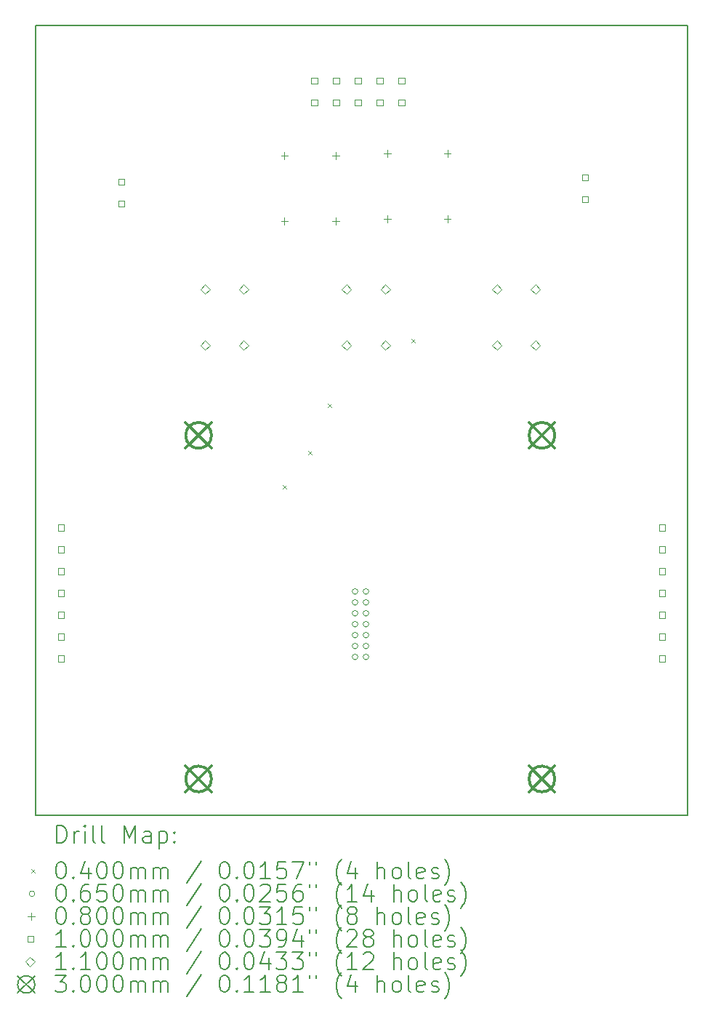
<source format=gbr>
%TF.GenerationSoftware,KiCad,Pcbnew,6.0.11-2627ca5db0~126~ubuntu20.04.1*%
%TF.CreationDate,2023-07-01T13:06:48-04:00*%
%TF.ProjectId,MoistureSensorBreakout,4d6f6973-7475-4726-9553-656e736f7242,rev?*%
%TF.SameCoordinates,Original*%
%TF.FileFunction,Drillmap*%
%TF.FilePolarity,Positive*%
%FSLAX45Y45*%
G04 Gerber Fmt 4.5, Leading zero omitted, Abs format (unit mm)*
G04 Created by KiCad (PCBNEW 6.0.11-2627ca5db0~126~ubuntu20.04.1) date 2023-07-01 13:06:48*
%MOMM*%
%LPD*%
G01*
G04 APERTURE LIST*
%ADD10C,0.150000*%
%ADD11C,0.200000*%
%ADD12C,0.040000*%
%ADD13C,0.065000*%
%ADD14C,0.080000*%
%ADD15C,0.100000*%
%ADD16C,0.110000*%
%ADD17C,0.300000*%
G04 APERTURE END LIST*
D10*
X10900000Y-4825000D02*
X18500000Y-4825000D01*
X18500000Y-4825000D02*
X18500000Y-14025000D01*
X18500000Y-14025000D02*
X10900000Y-14025000D01*
X10900000Y-14025000D02*
X10900000Y-4825000D01*
D11*
D12*
X13780000Y-10180000D02*
X13820000Y-10220000D01*
X13820000Y-10180000D02*
X13780000Y-10220000D01*
X14080000Y-9780000D02*
X14120000Y-9820000D01*
X14120000Y-9780000D02*
X14080000Y-9820000D01*
X14305000Y-9230000D02*
X14345000Y-9270000D01*
X14345000Y-9230000D02*
X14305000Y-9270000D01*
X15280000Y-8480000D02*
X15320000Y-8520000D01*
X15320000Y-8480000D02*
X15280000Y-8520000D01*
D13*
X14655500Y-11417000D02*
G75*
G03*
X14655500Y-11417000I-32500J0D01*
G01*
X14655500Y-11544000D02*
G75*
G03*
X14655500Y-11544000I-32500J0D01*
G01*
X14655500Y-11671000D02*
G75*
G03*
X14655500Y-11671000I-32500J0D01*
G01*
X14655500Y-11798000D02*
G75*
G03*
X14655500Y-11798000I-32500J0D01*
G01*
X14655500Y-11925000D02*
G75*
G03*
X14655500Y-11925000I-32500J0D01*
G01*
X14655500Y-12052000D02*
G75*
G03*
X14655500Y-12052000I-32500J0D01*
G01*
X14655500Y-12179000D02*
G75*
G03*
X14655500Y-12179000I-32500J0D01*
G01*
X14782500Y-11417000D02*
G75*
G03*
X14782500Y-11417000I-32500J0D01*
G01*
X14782500Y-11544000D02*
G75*
G03*
X14782500Y-11544000I-32500J0D01*
G01*
X14782500Y-11671000D02*
G75*
G03*
X14782500Y-11671000I-32500J0D01*
G01*
X14782500Y-11798000D02*
G75*
G03*
X14782500Y-11798000I-32500J0D01*
G01*
X14782500Y-11925000D02*
G75*
G03*
X14782500Y-11925000I-32500J0D01*
G01*
X14782500Y-12052000D02*
G75*
G03*
X14782500Y-12052000I-32500J0D01*
G01*
X14782500Y-12179000D02*
G75*
G03*
X14782500Y-12179000I-32500J0D01*
G01*
D14*
X13800000Y-6304000D02*
X13800000Y-6384000D01*
X13760000Y-6344000D02*
X13840000Y-6344000D01*
X13800000Y-7066000D02*
X13800000Y-7146000D01*
X13760000Y-7106000D02*
X13840000Y-7106000D01*
X14400000Y-6304000D02*
X14400000Y-6384000D01*
X14360000Y-6344000D02*
X14440000Y-6344000D01*
X14400000Y-7066000D02*
X14400000Y-7146000D01*
X14360000Y-7106000D02*
X14440000Y-7106000D01*
X15000000Y-6279000D02*
X15000000Y-6359000D01*
X14960000Y-6319000D02*
X15040000Y-6319000D01*
X15000000Y-7041000D02*
X15000000Y-7121000D01*
X14960000Y-7081000D02*
X15040000Y-7081000D01*
X15700000Y-6279000D02*
X15700000Y-6359000D01*
X15660000Y-6319000D02*
X15740000Y-6319000D01*
X15700000Y-7041000D02*
X15700000Y-7121000D01*
X15660000Y-7081000D02*
X15740000Y-7081000D01*
D15*
X11235356Y-10711356D02*
X11235356Y-10640644D01*
X11164644Y-10640644D01*
X11164644Y-10711356D01*
X11235356Y-10711356D01*
X11235356Y-10965356D02*
X11235356Y-10894644D01*
X11164644Y-10894644D01*
X11164644Y-10965356D01*
X11235356Y-10965356D01*
X11235356Y-11219356D02*
X11235356Y-11148644D01*
X11164644Y-11148644D01*
X11164644Y-11219356D01*
X11235356Y-11219356D01*
X11235356Y-11473356D02*
X11235356Y-11402644D01*
X11164644Y-11402644D01*
X11164644Y-11473356D01*
X11235356Y-11473356D01*
X11235356Y-11727356D02*
X11235356Y-11656644D01*
X11164644Y-11656644D01*
X11164644Y-11727356D01*
X11235356Y-11727356D01*
X11235356Y-11981356D02*
X11235356Y-11910644D01*
X11164644Y-11910644D01*
X11164644Y-11981356D01*
X11235356Y-11981356D01*
X11235356Y-12235356D02*
X11235356Y-12164644D01*
X11164644Y-12164644D01*
X11164644Y-12235356D01*
X11235356Y-12235356D01*
X11935356Y-6681356D02*
X11935356Y-6610644D01*
X11864644Y-6610644D01*
X11864644Y-6681356D01*
X11935356Y-6681356D01*
X11935356Y-6935356D02*
X11935356Y-6864644D01*
X11864644Y-6864644D01*
X11864644Y-6935356D01*
X11935356Y-6935356D01*
X14185356Y-5506356D02*
X14185356Y-5435644D01*
X14114644Y-5435644D01*
X14114644Y-5506356D01*
X14185356Y-5506356D01*
X14185356Y-5760356D02*
X14185356Y-5689644D01*
X14114644Y-5689644D01*
X14114644Y-5760356D01*
X14185356Y-5760356D01*
X14439356Y-5506356D02*
X14439356Y-5435644D01*
X14368644Y-5435644D01*
X14368644Y-5506356D01*
X14439356Y-5506356D01*
X14439356Y-5760356D02*
X14439356Y-5689644D01*
X14368644Y-5689644D01*
X14368644Y-5760356D01*
X14439356Y-5760356D01*
X14693356Y-5506356D02*
X14693356Y-5435644D01*
X14622644Y-5435644D01*
X14622644Y-5506356D01*
X14693356Y-5506356D01*
X14693356Y-5760356D02*
X14693356Y-5689644D01*
X14622644Y-5689644D01*
X14622644Y-5760356D01*
X14693356Y-5760356D01*
X14947356Y-5506356D02*
X14947356Y-5435644D01*
X14876644Y-5435644D01*
X14876644Y-5506356D01*
X14947356Y-5506356D01*
X14947356Y-5760356D02*
X14947356Y-5689644D01*
X14876644Y-5689644D01*
X14876644Y-5760356D01*
X14947356Y-5760356D01*
X15201356Y-5506356D02*
X15201356Y-5435644D01*
X15130644Y-5435644D01*
X15130644Y-5506356D01*
X15201356Y-5506356D01*
X15201356Y-5760356D02*
X15201356Y-5689644D01*
X15130644Y-5689644D01*
X15130644Y-5760356D01*
X15201356Y-5760356D01*
X17335356Y-6635356D02*
X17335356Y-6564644D01*
X17264644Y-6564644D01*
X17264644Y-6635356D01*
X17335356Y-6635356D01*
X17335356Y-6889356D02*
X17335356Y-6818644D01*
X17264644Y-6818644D01*
X17264644Y-6889356D01*
X17335356Y-6889356D01*
X18235356Y-10711356D02*
X18235356Y-10640644D01*
X18164644Y-10640644D01*
X18164644Y-10711356D01*
X18235356Y-10711356D01*
X18235356Y-10965356D02*
X18235356Y-10894644D01*
X18164644Y-10894644D01*
X18164644Y-10965356D01*
X18235356Y-10965356D01*
X18235356Y-11219356D02*
X18235356Y-11148644D01*
X18164644Y-11148644D01*
X18164644Y-11219356D01*
X18235356Y-11219356D01*
X18235356Y-11473356D02*
X18235356Y-11402644D01*
X18164644Y-11402644D01*
X18164644Y-11473356D01*
X18235356Y-11473356D01*
X18235356Y-11727356D02*
X18235356Y-11656644D01*
X18164644Y-11656644D01*
X18164644Y-11727356D01*
X18235356Y-11727356D01*
X18235356Y-11981356D02*
X18235356Y-11910644D01*
X18164644Y-11910644D01*
X18164644Y-11981356D01*
X18235356Y-11981356D01*
X18235356Y-12235356D02*
X18235356Y-12164644D01*
X18164644Y-12164644D01*
X18164644Y-12235356D01*
X18235356Y-12235356D01*
D16*
X12875000Y-7955000D02*
X12930000Y-7900000D01*
X12875000Y-7845000D01*
X12820000Y-7900000D01*
X12875000Y-7955000D01*
X12875000Y-8605000D02*
X12930000Y-8550000D01*
X12875000Y-8495000D01*
X12820000Y-8550000D01*
X12875000Y-8605000D01*
X13325000Y-7955000D02*
X13380000Y-7900000D01*
X13325000Y-7845000D01*
X13270000Y-7900000D01*
X13325000Y-7955000D01*
X13325000Y-8605000D02*
X13380000Y-8550000D01*
X13325000Y-8495000D01*
X13270000Y-8550000D01*
X13325000Y-8605000D01*
X14525000Y-7955000D02*
X14580000Y-7900000D01*
X14525000Y-7845000D01*
X14470000Y-7900000D01*
X14525000Y-7955000D01*
X14525000Y-8605000D02*
X14580000Y-8550000D01*
X14525000Y-8495000D01*
X14470000Y-8550000D01*
X14525000Y-8605000D01*
X14975000Y-7955000D02*
X15030000Y-7900000D01*
X14975000Y-7845000D01*
X14920000Y-7900000D01*
X14975000Y-7955000D01*
X14975000Y-8605000D02*
X15030000Y-8550000D01*
X14975000Y-8495000D01*
X14920000Y-8550000D01*
X14975000Y-8605000D01*
X16275000Y-7955000D02*
X16330000Y-7900000D01*
X16275000Y-7845000D01*
X16220000Y-7900000D01*
X16275000Y-7955000D01*
X16275000Y-8605000D02*
X16330000Y-8550000D01*
X16275000Y-8495000D01*
X16220000Y-8550000D01*
X16275000Y-8605000D01*
X16725000Y-7955000D02*
X16780000Y-7900000D01*
X16725000Y-7845000D01*
X16670000Y-7900000D01*
X16725000Y-7955000D01*
X16725000Y-8605000D02*
X16780000Y-8550000D01*
X16725000Y-8495000D01*
X16670000Y-8550000D01*
X16725000Y-8605000D01*
D17*
X12650000Y-9450000D02*
X12950000Y-9750000D01*
X12950000Y-9450000D02*
X12650000Y-9750000D01*
X12950000Y-9600000D02*
G75*
G03*
X12950000Y-9600000I-150000J0D01*
G01*
X12650000Y-13450000D02*
X12950000Y-13750000D01*
X12950000Y-13450000D02*
X12650000Y-13750000D01*
X12950000Y-13600000D02*
G75*
G03*
X12950000Y-13600000I-150000J0D01*
G01*
X16650000Y-9450000D02*
X16950000Y-9750000D01*
X16950000Y-9450000D02*
X16650000Y-9750000D01*
X16950000Y-9600000D02*
G75*
G03*
X16950000Y-9600000I-150000J0D01*
G01*
X16650000Y-13450000D02*
X16950000Y-13750000D01*
X16950000Y-13450000D02*
X16650000Y-13750000D01*
X16950000Y-13600000D02*
G75*
G03*
X16950000Y-13600000I-150000J0D01*
G01*
D11*
X11150119Y-14342976D02*
X11150119Y-14142976D01*
X11197738Y-14142976D01*
X11226309Y-14152500D01*
X11245357Y-14171548D01*
X11254881Y-14190595D01*
X11264405Y-14228690D01*
X11264405Y-14257262D01*
X11254881Y-14295357D01*
X11245357Y-14314405D01*
X11226309Y-14333452D01*
X11197738Y-14342976D01*
X11150119Y-14342976D01*
X11350119Y-14342976D02*
X11350119Y-14209643D01*
X11350119Y-14247738D02*
X11359643Y-14228690D01*
X11369167Y-14219167D01*
X11388214Y-14209643D01*
X11407262Y-14209643D01*
X11473928Y-14342976D02*
X11473928Y-14209643D01*
X11473928Y-14142976D02*
X11464405Y-14152500D01*
X11473928Y-14162024D01*
X11483452Y-14152500D01*
X11473928Y-14142976D01*
X11473928Y-14162024D01*
X11597738Y-14342976D02*
X11578690Y-14333452D01*
X11569167Y-14314405D01*
X11569167Y-14142976D01*
X11702500Y-14342976D02*
X11683452Y-14333452D01*
X11673928Y-14314405D01*
X11673928Y-14142976D01*
X11931071Y-14342976D02*
X11931071Y-14142976D01*
X11997738Y-14285833D01*
X12064405Y-14142976D01*
X12064405Y-14342976D01*
X12245357Y-14342976D02*
X12245357Y-14238214D01*
X12235833Y-14219167D01*
X12216786Y-14209643D01*
X12178690Y-14209643D01*
X12159643Y-14219167D01*
X12245357Y-14333452D02*
X12226309Y-14342976D01*
X12178690Y-14342976D01*
X12159643Y-14333452D01*
X12150119Y-14314405D01*
X12150119Y-14295357D01*
X12159643Y-14276309D01*
X12178690Y-14266786D01*
X12226309Y-14266786D01*
X12245357Y-14257262D01*
X12340595Y-14209643D02*
X12340595Y-14409643D01*
X12340595Y-14219167D02*
X12359643Y-14209643D01*
X12397738Y-14209643D01*
X12416786Y-14219167D01*
X12426309Y-14228690D01*
X12435833Y-14247738D01*
X12435833Y-14304881D01*
X12426309Y-14323928D01*
X12416786Y-14333452D01*
X12397738Y-14342976D01*
X12359643Y-14342976D01*
X12340595Y-14333452D01*
X12521548Y-14323928D02*
X12531071Y-14333452D01*
X12521548Y-14342976D01*
X12512024Y-14333452D01*
X12521548Y-14323928D01*
X12521548Y-14342976D01*
X12521548Y-14219167D02*
X12531071Y-14228690D01*
X12521548Y-14238214D01*
X12512024Y-14228690D01*
X12521548Y-14219167D01*
X12521548Y-14238214D01*
D12*
X10852500Y-14652500D02*
X10892500Y-14692500D01*
X10892500Y-14652500D02*
X10852500Y-14692500D01*
D11*
X11188214Y-14562976D02*
X11207262Y-14562976D01*
X11226309Y-14572500D01*
X11235833Y-14582024D01*
X11245357Y-14601071D01*
X11254881Y-14639167D01*
X11254881Y-14686786D01*
X11245357Y-14724881D01*
X11235833Y-14743928D01*
X11226309Y-14753452D01*
X11207262Y-14762976D01*
X11188214Y-14762976D01*
X11169167Y-14753452D01*
X11159643Y-14743928D01*
X11150119Y-14724881D01*
X11140595Y-14686786D01*
X11140595Y-14639167D01*
X11150119Y-14601071D01*
X11159643Y-14582024D01*
X11169167Y-14572500D01*
X11188214Y-14562976D01*
X11340595Y-14743928D02*
X11350119Y-14753452D01*
X11340595Y-14762976D01*
X11331071Y-14753452D01*
X11340595Y-14743928D01*
X11340595Y-14762976D01*
X11521548Y-14629643D02*
X11521548Y-14762976D01*
X11473928Y-14553452D02*
X11426309Y-14696309D01*
X11550119Y-14696309D01*
X11664405Y-14562976D02*
X11683452Y-14562976D01*
X11702500Y-14572500D01*
X11712024Y-14582024D01*
X11721548Y-14601071D01*
X11731071Y-14639167D01*
X11731071Y-14686786D01*
X11721548Y-14724881D01*
X11712024Y-14743928D01*
X11702500Y-14753452D01*
X11683452Y-14762976D01*
X11664405Y-14762976D01*
X11645357Y-14753452D01*
X11635833Y-14743928D01*
X11626309Y-14724881D01*
X11616786Y-14686786D01*
X11616786Y-14639167D01*
X11626309Y-14601071D01*
X11635833Y-14582024D01*
X11645357Y-14572500D01*
X11664405Y-14562976D01*
X11854881Y-14562976D02*
X11873928Y-14562976D01*
X11892976Y-14572500D01*
X11902500Y-14582024D01*
X11912024Y-14601071D01*
X11921548Y-14639167D01*
X11921548Y-14686786D01*
X11912024Y-14724881D01*
X11902500Y-14743928D01*
X11892976Y-14753452D01*
X11873928Y-14762976D01*
X11854881Y-14762976D01*
X11835833Y-14753452D01*
X11826309Y-14743928D01*
X11816786Y-14724881D01*
X11807262Y-14686786D01*
X11807262Y-14639167D01*
X11816786Y-14601071D01*
X11826309Y-14582024D01*
X11835833Y-14572500D01*
X11854881Y-14562976D01*
X12007262Y-14762976D02*
X12007262Y-14629643D01*
X12007262Y-14648690D02*
X12016786Y-14639167D01*
X12035833Y-14629643D01*
X12064405Y-14629643D01*
X12083452Y-14639167D01*
X12092976Y-14658214D01*
X12092976Y-14762976D01*
X12092976Y-14658214D02*
X12102500Y-14639167D01*
X12121548Y-14629643D01*
X12150119Y-14629643D01*
X12169167Y-14639167D01*
X12178690Y-14658214D01*
X12178690Y-14762976D01*
X12273928Y-14762976D02*
X12273928Y-14629643D01*
X12273928Y-14648690D02*
X12283452Y-14639167D01*
X12302500Y-14629643D01*
X12331071Y-14629643D01*
X12350119Y-14639167D01*
X12359643Y-14658214D01*
X12359643Y-14762976D01*
X12359643Y-14658214D02*
X12369167Y-14639167D01*
X12388214Y-14629643D01*
X12416786Y-14629643D01*
X12435833Y-14639167D01*
X12445357Y-14658214D01*
X12445357Y-14762976D01*
X12835833Y-14553452D02*
X12664405Y-14810595D01*
X13092976Y-14562976D02*
X13112024Y-14562976D01*
X13131071Y-14572500D01*
X13140595Y-14582024D01*
X13150119Y-14601071D01*
X13159643Y-14639167D01*
X13159643Y-14686786D01*
X13150119Y-14724881D01*
X13140595Y-14743928D01*
X13131071Y-14753452D01*
X13112024Y-14762976D01*
X13092976Y-14762976D01*
X13073928Y-14753452D01*
X13064405Y-14743928D01*
X13054881Y-14724881D01*
X13045357Y-14686786D01*
X13045357Y-14639167D01*
X13054881Y-14601071D01*
X13064405Y-14582024D01*
X13073928Y-14572500D01*
X13092976Y-14562976D01*
X13245357Y-14743928D02*
X13254881Y-14753452D01*
X13245357Y-14762976D01*
X13235833Y-14753452D01*
X13245357Y-14743928D01*
X13245357Y-14762976D01*
X13378690Y-14562976D02*
X13397738Y-14562976D01*
X13416786Y-14572500D01*
X13426309Y-14582024D01*
X13435833Y-14601071D01*
X13445357Y-14639167D01*
X13445357Y-14686786D01*
X13435833Y-14724881D01*
X13426309Y-14743928D01*
X13416786Y-14753452D01*
X13397738Y-14762976D01*
X13378690Y-14762976D01*
X13359643Y-14753452D01*
X13350119Y-14743928D01*
X13340595Y-14724881D01*
X13331071Y-14686786D01*
X13331071Y-14639167D01*
X13340595Y-14601071D01*
X13350119Y-14582024D01*
X13359643Y-14572500D01*
X13378690Y-14562976D01*
X13635833Y-14762976D02*
X13521548Y-14762976D01*
X13578690Y-14762976D02*
X13578690Y-14562976D01*
X13559643Y-14591548D01*
X13540595Y-14610595D01*
X13521548Y-14620119D01*
X13816786Y-14562976D02*
X13721548Y-14562976D01*
X13712024Y-14658214D01*
X13721548Y-14648690D01*
X13740595Y-14639167D01*
X13788214Y-14639167D01*
X13807262Y-14648690D01*
X13816786Y-14658214D01*
X13826309Y-14677262D01*
X13826309Y-14724881D01*
X13816786Y-14743928D01*
X13807262Y-14753452D01*
X13788214Y-14762976D01*
X13740595Y-14762976D01*
X13721548Y-14753452D01*
X13712024Y-14743928D01*
X13892976Y-14562976D02*
X14026309Y-14562976D01*
X13940595Y-14762976D01*
X14092976Y-14562976D02*
X14092976Y-14601071D01*
X14169167Y-14562976D02*
X14169167Y-14601071D01*
X14464405Y-14839167D02*
X14454881Y-14829643D01*
X14435833Y-14801071D01*
X14426309Y-14782024D01*
X14416786Y-14753452D01*
X14407262Y-14705833D01*
X14407262Y-14667738D01*
X14416786Y-14620119D01*
X14426309Y-14591548D01*
X14435833Y-14572500D01*
X14454881Y-14543928D01*
X14464405Y-14534405D01*
X14626309Y-14629643D02*
X14626309Y-14762976D01*
X14578690Y-14553452D02*
X14531071Y-14696309D01*
X14654881Y-14696309D01*
X14883452Y-14762976D02*
X14883452Y-14562976D01*
X14969167Y-14762976D02*
X14969167Y-14658214D01*
X14959643Y-14639167D01*
X14940595Y-14629643D01*
X14912024Y-14629643D01*
X14892976Y-14639167D01*
X14883452Y-14648690D01*
X15092976Y-14762976D02*
X15073928Y-14753452D01*
X15064405Y-14743928D01*
X15054881Y-14724881D01*
X15054881Y-14667738D01*
X15064405Y-14648690D01*
X15073928Y-14639167D01*
X15092976Y-14629643D01*
X15121548Y-14629643D01*
X15140595Y-14639167D01*
X15150119Y-14648690D01*
X15159643Y-14667738D01*
X15159643Y-14724881D01*
X15150119Y-14743928D01*
X15140595Y-14753452D01*
X15121548Y-14762976D01*
X15092976Y-14762976D01*
X15273928Y-14762976D02*
X15254881Y-14753452D01*
X15245357Y-14734405D01*
X15245357Y-14562976D01*
X15426309Y-14753452D02*
X15407262Y-14762976D01*
X15369167Y-14762976D01*
X15350119Y-14753452D01*
X15340595Y-14734405D01*
X15340595Y-14658214D01*
X15350119Y-14639167D01*
X15369167Y-14629643D01*
X15407262Y-14629643D01*
X15426309Y-14639167D01*
X15435833Y-14658214D01*
X15435833Y-14677262D01*
X15340595Y-14696309D01*
X15512024Y-14753452D02*
X15531071Y-14762976D01*
X15569167Y-14762976D01*
X15588214Y-14753452D01*
X15597738Y-14734405D01*
X15597738Y-14724881D01*
X15588214Y-14705833D01*
X15569167Y-14696309D01*
X15540595Y-14696309D01*
X15521548Y-14686786D01*
X15512024Y-14667738D01*
X15512024Y-14658214D01*
X15521548Y-14639167D01*
X15540595Y-14629643D01*
X15569167Y-14629643D01*
X15588214Y-14639167D01*
X15664405Y-14839167D02*
X15673928Y-14829643D01*
X15692976Y-14801071D01*
X15702500Y-14782024D01*
X15712024Y-14753452D01*
X15721548Y-14705833D01*
X15721548Y-14667738D01*
X15712024Y-14620119D01*
X15702500Y-14591548D01*
X15692976Y-14572500D01*
X15673928Y-14543928D01*
X15664405Y-14534405D01*
D13*
X10892500Y-14936500D02*
G75*
G03*
X10892500Y-14936500I-32500J0D01*
G01*
D11*
X11188214Y-14826976D02*
X11207262Y-14826976D01*
X11226309Y-14836500D01*
X11235833Y-14846024D01*
X11245357Y-14865071D01*
X11254881Y-14903167D01*
X11254881Y-14950786D01*
X11245357Y-14988881D01*
X11235833Y-15007928D01*
X11226309Y-15017452D01*
X11207262Y-15026976D01*
X11188214Y-15026976D01*
X11169167Y-15017452D01*
X11159643Y-15007928D01*
X11150119Y-14988881D01*
X11140595Y-14950786D01*
X11140595Y-14903167D01*
X11150119Y-14865071D01*
X11159643Y-14846024D01*
X11169167Y-14836500D01*
X11188214Y-14826976D01*
X11340595Y-15007928D02*
X11350119Y-15017452D01*
X11340595Y-15026976D01*
X11331071Y-15017452D01*
X11340595Y-15007928D01*
X11340595Y-15026976D01*
X11521548Y-14826976D02*
X11483452Y-14826976D01*
X11464405Y-14836500D01*
X11454881Y-14846024D01*
X11435833Y-14874595D01*
X11426309Y-14912690D01*
X11426309Y-14988881D01*
X11435833Y-15007928D01*
X11445357Y-15017452D01*
X11464405Y-15026976D01*
X11502500Y-15026976D01*
X11521548Y-15017452D01*
X11531071Y-15007928D01*
X11540595Y-14988881D01*
X11540595Y-14941262D01*
X11531071Y-14922214D01*
X11521548Y-14912690D01*
X11502500Y-14903167D01*
X11464405Y-14903167D01*
X11445357Y-14912690D01*
X11435833Y-14922214D01*
X11426309Y-14941262D01*
X11721548Y-14826976D02*
X11626309Y-14826976D01*
X11616786Y-14922214D01*
X11626309Y-14912690D01*
X11645357Y-14903167D01*
X11692976Y-14903167D01*
X11712024Y-14912690D01*
X11721548Y-14922214D01*
X11731071Y-14941262D01*
X11731071Y-14988881D01*
X11721548Y-15007928D01*
X11712024Y-15017452D01*
X11692976Y-15026976D01*
X11645357Y-15026976D01*
X11626309Y-15017452D01*
X11616786Y-15007928D01*
X11854881Y-14826976D02*
X11873928Y-14826976D01*
X11892976Y-14836500D01*
X11902500Y-14846024D01*
X11912024Y-14865071D01*
X11921548Y-14903167D01*
X11921548Y-14950786D01*
X11912024Y-14988881D01*
X11902500Y-15007928D01*
X11892976Y-15017452D01*
X11873928Y-15026976D01*
X11854881Y-15026976D01*
X11835833Y-15017452D01*
X11826309Y-15007928D01*
X11816786Y-14988881D01*
X11807262Y-14950786D01*
X11807262Y-14903167D01*
X11816786Y-14865071D01*
X11826309Y-14846024D01*
X11835833Y-14836500D01*
X11854881Y-14826976D01*
X12007262Y-15026976D02*
X12007262Y-14893643D01*
X12007262Y-14912690D02*
X12016786Y-14903167D01*
X12035833Y-14893643D01*
X12064405Y-14893643D01*
X12083452Y-14903167D01*
X12092976Y-14922214D01*
X12092976Y-15026976D01*
X12092976Y-14922214D02*
X12102500Y-14903167D01*
X12121548Y-14893643D01*
X12150119Y-14893643D01*
X12169167Y-14903167D01*
X12178690Y-14922214D01*
X12178690Y-15026976D01*
X12273928Y-15026976D02*
X12273928Y-14893643D01*
X12273928Y-14912690D02*
X12283452Y-14903167D01*
X12302500Y-14893643D01*
X12331071Y-14893643D01*
X12350119Y-14903167D01*
X12359643Y-14922214D01*
X12359643Y-15026976D01*
X12359643Y-14922214D02*
X12369167Y-14903167D01*
X12388214Y-14893643D01*
X12416786Y-14893643D01*
X12435833Y-14903167D01*
X12445357Y-14922214D01*
X12445357Y-15026976D01*
X12835833Y-14817452D02*
X12664405Y-15074595D01*
X13092976Y-14826976D02*
X13112024Y-14826976D01*
X13131071Y-14836500D01*
X13140595Y-14846024D01*
X13150119Y-14865071D01*
X13159643Y-14903167D01*
X13159643Y-14950786D01*
X13150119Y-14988881D01*
X13140595Y-15007928D01*
X13131071Y-15017452D01*
X13112024Y-15026976D01*
X13092976Y-15026976D01*
X13073928Y-15017452D01*
X13064405Y-15007928D01*
X13054881Y-14988881D01*
X13045357Y-14950786D01*
X13045357Y-14903167D01*
X13054881Y-14865071D01*
X13064405Y-14846024D01*
X13073928Y-14836500D01*
X13092976Y-14826976D01*
X13245357Y-15007928D02*
X13254881Y-15017452D01*
X13245357Y-15026976D01*
X13235833Y-15017452D01*
X13245357Y-15007928D01*
X13245357Y-15026976D01*
X13378690Y-14826976D02*
X13397738Y-14826976D01*
X13416786Y-14836500D01*
X13426309Y-14846024D01*
X13435833Y-14865071D01*
X13445357Y-14903167D01*
X13445357Y-14950786D01*
X13435833Y-14988881D01*
X13426309Y-15007928D01*
X13416786Y-15017452D01*
X13397738Y-15026976D01*
X13378690Y-15026976D01*
X13359643Y-15017452D01*
X13350119Y-15007928D01*
X13340595Y-14988881D01*
X13331071Y-14950786D01*
X13331071Y-14903167D01*
X13340595Y-14865071D01*
X13350119Y-14846024D01*
X13359643Y-14836500D01*
X13378690Y-14826976D01*
X13521548Y-14846024D02*
X13531071Y-14836500D01*
X13550119Y-14826976D01*
X13597738Y-14826976D01*
X13616786Y-14836500D01*
X13626309Y-14846024D01*
X13635833Y-14865071D01*
X13635833Y-14884119D01*
X13626309Y-14912690D01*
X13512024Y-15026976D01*
X13635833Y-15026976D01*
X13816786Y-14826976D02*
X13721548Y-14826976D01*
X13712024Y-14922214D01*
X13721548Y-14912690D01*
X13740595Y-14903167D01*
X13788214Y-14903167D01*
X13807262Y-14912690D01*
X13816786Y-14922214D01*
X13826309Y-14941262D01*
X13826309Y-14988881D01*
X13816786Y-15007928D01*
X13807262Y-15017452D01*
X13788214Y-15026976D01*
X13740595Y-15026976D01*
X13721548Y-15017452D01*
X13712024Y-15007928D01*
X13997738Y-14826976D02*
X13959643Y-14826976D01*
X13940595Y-14836500D01*
X13931071Y-14846024D01*
X13912024Y-14874595D01*
X13902500Y-14912690D01*
X13902500Y-14988881D01*
X13912024Y-15007928D01*
X13921548Y-15017452D01*
X13940595Y-15026976D01*
X13978690Y-15026976D01*
X13997738Y-15017452D01*
X14007262Y-15007928D01*
X14016786Y-14988881D01*
X14016786Y-14941262D01*
X14007262Y-14922214D01*
X13997738Y-14912690D01*
X13978690Y-14903167D01*
X13940595Y-14903167D01*
X13921548Y-14912690D01*
X13912024Y-14922214D01*
X13902500Y-14941262D01*
X14092976Y-14826976D02*
X14092976Y-14865071D01*
X14169167Y-14826976D02*
X14169167Y-14865071D01*
X14464405Y-15103167D02*
X14454881Y-15093643D01*
X14435833Y-15065071D01*
X14426309Y-15046024D01*
X14416786Y-15017452D01*
X14407262Y-14969833D01*
X14407262Y-14931738D01*
X14416786Y-14884119D01*
X14426309Y-14855548D01*
X14435833Y-14836500D01*
X14454881Y-14807928D01*
X14464405Y-14798405D01*
X14645357Y-15026976D02*
X14531071Y-15026976D01*
X14588214Y-15026976D02*
X14588214Y-14826976D01*
X14569167Y-14855548D01*
X14550119Y-14874595D01*
X14531071Y-14884119D01*
X14816786Y-14893643D02*
X14816786Y-15026976D01*
X14769167Y-14817452D02*
X14721548Y-14960309D01*
X14845357Y-14960309D01*
X15073928Y-15026976D02*
X15073928Y-14826976D01*
X15159643Y-15026976D02*
X15159643Y-14922214D01*
X15150119Y-14903167D01*
X15131071Y-14893643D01*
X15102500Y-14893643D01*
X15083452Y-14903167D01*
X15073928Y-14912690D01*
X15283452Y-15026976D02*
X15264405Y-15017452D01*
X15254881Y-15007928D01*
X15245357Y-14988881D01*
X15245357Y-14931738D01*
X15254881Y-14912690D01*
X15264405Y-14903167D01*
X15283452Y-14893643D01*
X15312024Y-14893643D01*
X15331071Y-14903167D01*
X15340595Y-14912690D01*
X15350119Y-14931738D01*
X15350119Y-14988881D01*
X15340595Y-15007928D01*
X15331071Y-15017452D01*
X15312024Y-15026976D01*
X15283452Y-15026976D01*
X15464405Y-15026976D02*
X15445357Y-15017452D01*
X15435833Y-14998405D01*
X15435833Y-14826976D01*
X15616786Y-15017452D02*
X15597738Y-15026976D01*
X15559643Y-15026976D01*
X15540595Y-15017452D01*
X15531071Y-14998405D01*
X15531071Y-14922214D01*
X15540595Y-14903167D01*
X15559643Y-14893643D01*
X15597738Y-14893643D01*
X15616786Y-14903167D01*
X15626309Y-14922214D01*
X15626309Y-14941262D01*
X15531071Y-14960309D01*
X15702500Y-15017452D02*
X15721548Y-15026976D01*
X15759643Y-15026976D01*
X15778690Y-15017452D01*
X15788214Y-14998405D01*
X15788214Y-14988881D01*
X15778690Y-14969833D01*
X15759643Y-14960309D01*
X15731071Y-14960309D01*
X15712024Y-14950786D01*
X15702500Y-14931738D01*
X15702500Y-14922214D01*
X15712024Y-14903167D01*
X15731071Y-14893643D01*
X15759643Y-14893643D01*
X15778690Y-14903167D01*
X15854881Y-15103167D02*
X15864405Y-15093643D01*
X15883452Y-15065071D01*
X15892976Y-15046024D01*
X15902500Y-15017452D01*
X15912024Y-14969833D01*
X15912024Y-14931738D01*
X15902500Y-14884119D01*
X15892976Y-14855548D01*
X15883452Y-14836500D01*
X15864405Y-14807928D01*
X15854881Y-14798405D01*
D14*
X10852500Y-15160500D02*
X10852500Y-15240500D01*
X10812500Y-15200500D02*
X10892500Y-15200500D01*
D11*
X11188214Y-15090976D02*
X11207262Y-15090976D01*
X11226309Y-15100500D01*
X11235833Y-15110024D01*
X11245357Y-15129071D01*
X11254881Y-15167167D01*
X11254881Y-15214786D01*
X11245357Y-15252881D01*
X11235833Y-15271928D01*
X11226309Y-15281452D01*
X11207262Y-15290976D01*
X11188214Y-15290976D01*
X11169167Y-15281452D01*
X11159643Y-15271928D01*
X11150119Y-15252881D01*
X11140595Y-15214786D01*
X11140595Y-15167167D01*
X11150119Y-15129071D01*
X11159643Y-15110024D01*
X11169167Y-15100500D01*
X11188214Y-15090976D01*
X11340595Y-15271928D02*
X11350119Y-15281452D01*
X11340595Y-15290976D01*
X11331071Y-15281452D01*
X11340595Y-15271928D01*
X11340595Y-15290976D01*
X11464405Y-15176690D02*
X11445357Y-15167167D01*
X11435833Y-15157643D01*
X11426309Y-15138595D01*
X11426309Y-15129071D01*
X11435833Y-15110024D01*
X11445357Y-15100500D01*
X11464405Y-15090976D01*
X11502500Y-15090976D01*
X11521548Y-15100500D01*
X11531071Y-15110024D01*
X11540595Y-15129071D01*
X11540595Y-15138595D01*
X11531071Y-15157643D01*
X11521548Y-15167167D01*
X11502500Y-15176690D01*
X11464405Y-15176690D01*
X11445357Y-15186214D01*
X11435833Y-15195738D01*
X11426309Y-15214786D01*
X11426309Y-15252881D01*
X11435833Y-15271928D01*
X11445357Y-15281452D01*
X11464405Y-15290976D01*
X11502500Y-15290976D01*
X11521548Y-15281452D01*
X11531071Y-15271928D01*
X11540595Y-15252881D01*
X11540595Y-15214786D01*
X11531071Y-15195738D01*
X11521548Y-15186214D01*
X11502500Y-15176690D01*
X11664405Y-15090976D02*
X11683452Y-15090976D01*
X11702500Y-15100500D01*
X11712024Y-15110024D01*
X11721548Y-15129071D01*
X11731071Y-15167167D01*
X11731071Y-15214786D01*
X11721548Y-15252881D01*
X11712024Y-15271928D01*
X11702500Y-15281452D01*
X11683452Y-15290976D01*
X11664405Y-15290976D01*
X11645357Y-15281452D01*
X11635833Y-15271928D01*
X11626309Y-15252881D01*
X11616786Y-15214786D01*
X11616786Y-15167167D01*
X11626309Y-15129071D01*
X11635833Y-15110024D01*
X11645357Y-15100500D01*
X11664405Y-15090976D01*
X11854881Y-15090976D02*
X11873928Y-15090976D01*
X11892976Y-15100500D01*
X11902500Y-15110024D01*
X11912024Y-15129071D01*
X11921548Y-15167167D01*
X11921548Y-15214786D01*
X11912024Y-15252881D01*
X11902500Y-15271928D01*
X11892976Y-15281452D01*
X11873928Y-15290976D01*
X11854881Y-15290976D01*
X11835833Y-15281452D01*
X11826309Y-15271928D01*
X11816786Y-15252881D01*
X11807262Y-15214786D01*
X11807262Y-15167167D01*
X11816786Y-15129071D01*
X11826309Y-15110024D01*
X11835833Y-15100500D01*
X11854881Y-15090976D01*
X12007262Y-15290976D02*
X12007262Y-15157643D01*
X12007262Y-15176690D02*
X12016786Y-15167167D01*
X12035833Y-15157643D01*
X12064405Y-15157643D01*
X12083452Y-15167167D01*
X12092976Y-15186214D01*
X12092976Y-15290976D01*
X12092976Y-15186214D02*
X12102500Y-15167167D01*
X12121548Y-15157643D01*
X12150119Y-15157643D01*
X12169167Y-15167167D01*
X12178690Y-15186214D01*
X12178690Y-15290976D01*
X12273928Y-15290976D02*
X12273928Y-15157643D01*
X12273928Y-15176690D02*
X12283452Y-15167167D01*
X12302500Y-15157643D01*
X12331071Y-15157643D01*
X12350119Y-15167167D01*
X12359643Y-15186214D01*
X12359643Y-15290976D01*
X12359643Y-15186214D02*
X12369167Y-15167167D01*
X12388214Y-15157643D01*
X12416786Y-15157643D01*
X12435833Y-15167167D01*
X12445357Y-15186214D01*
X12445357Y-15290976D01*
X12835833Y-15081452D02*
X12664405Y-15338595D01*
X13092976Y-15090976D02*
X13112024Y-15090976D01*
X13131071Y-15100500D01*
X13140595Y-15110024D01*
X13150119Y-15129071D01*
X13159643Y-15167167D01*
X13159643Y-15214786D01*
X13150119Y-15252881D01*
X13140595Y-15271928D01*
X13131071Y-15281452D01*
X13112024Y-15290976D01*
X13092976Y-15290976D01*
X13073928Y-15281452D01*
X13064405Y-15271928D01*
X13054881Y-15252881D01*
X13045357Y-15214786D01*
X13045357Y-15167167D01*
X13054881Y-15129071D01*
X13064405Y-15110024D01*
X13073928Y-15100500D01*
X13092976Y-15090976D01*
X13245357Y-15271928D02*
X13254881Y-15281452D01*
X13245357Y-15290976D01*
X13235833Y-15281452D01*
X13245357Y-15271928D01*
X13245357Y-15290976D01*
X13378690Y-15090976D02*
X13397738Y-15090976D01*
X13416786Y-15100500D01*
X13426309Y-15110024D01*
X13435833Y-15129071D01*
X13445357Y-15167167D01*
X13445357Y-15214786D01*
X13435833Y-15252881D01*
X13426309Y-15271928D01*
X13416786Y-15281452D01*
X13397738Y-15290976D01*
X13378690Y-15290976D01*
X13359643Y-15281452D01*
X13350119Y-15271928D01*
X13340595Y-15252881D01*
X13331071Y-15214786D01*
X13331071Y-15167167D01*
X13340595Y-15129071D01*
X13350119Y-15110024D01*
X13359643Y-15100500D01*
X13378690Y-15090976D01*
X13512024Y-15090976D02*
X13635833Y-15090976D01*
X13569167Y-15167167D01*
X13597738Y-15167167D01*
X13616786Y-15176690D01*
X13626309Y-15186214D01*
X13635833Y-15205262D01*
X13635833Y-15252881D01*
X13626309Y-15271928D01*
X13616786Y-15281452D01*
X13597738Y-15290976D01*
X13540595Y-15290976D01*
X13521548Y-15281452D01*
X13512024Y-15271928D01*
X13826309Y-15290976D02*
X13712024Y-15290976D01*
X13769167Y-15290976D02*
X13769167Y-15090976D01*
X13750119Y-15119548D01*
X13731071Y-15138595D01*
X13712024Y-15148119D01*
X14007262Y-15090976D02*
X13912024Y-15090976D01*
X13902500Y-15186214D01*
X13912024Y-15176690D01*
X13931071Y-15167167D01*
X13978690Y-15167167D01*
X13997738Y-15176690D01*
X14007262Y-15186214D01*
X14016786Y-15205262D01*
X14016786Y-15252881D01*
X14007262Y-15271928D01*
X13997738Y-15281452D01*
X13978690Y-15290976D01*
X13931071Y-15290976D01*
X13912024Y-15281452D01*
X13902500Y-15271928D01*
X14092976Y-15090976D02*
X14092976Y-15129071D01*
X14169167Y-15090976D02*
X14169167Y-15129071D01*
X14464405Y-15367167D02*
X14454881Y-15357643D01*
X14435833Y-15329071D01*
X14426309Y-15310024D01*
X14416786Y-15281452D01*
X14407262Y-15233833D01*
X14407262Y-15195738D01*
X14416786Y-15148119D01*
X14426309Y-15119548D01*
X14435833Y-15100500D01*
X14454881Y-15071928D01*
X14464405Y-15062405D01*
X14569167Y-15176690D02*
X14550119Y-15167167D01*
X14540595Y-15157643D01*
X14531071Y-15138595D01*
X14531071Y-15129071D01*
X14540595Y-15110024D01*
X14550119Y-15100500D01*
X14569167Y-15090976D01*
X14607262Y-15090976D01*
X14626309Y-15100500D01*
X14635833Y-15110024D01*
X14645357Y-15129071D01*
X14645357Y-15138595D01*
X14635833Y-15157643D01*
X14626309Y-15167167D01*
X14607262Y-15176690D01*
X14569167Y-15176690D01*
X14550119Y-15186214D01*
X14540595Y-15195738D01*
X14531071Y-15214786D01*
X14531071Y-15252881D01*
X14540595Y-15271928D01*
X14550119Y-15281452D01*
X14569167Y-15290976D01*
X14607262Y-15290976D01*
X14626309Y-15281452D01*
X14635833Y-15271928D01*
X14645357Y-15252881D01*
X14645357Y-15214786D01*
X14635833Y-15195738D01*
X14626309Y-15186214D01*
X14607262Y-15176690D01*
X14883452Y-15290976D02*
X14883452Y-15090976D01*
X14969167Y-15290976D02*
X14969167Y-15186214D01*
X14959643Y-15167167D01*
X14940595Y-15157643D01*
X14912024Y-15157643D01*
X14892976Y-15167167D01*
X14883452Y-15176690D01*
X15092976Y-15290976D02*
X15073928Y-15281452D01*
X15064405Y-15271928D01*
X15054881Y-15252881D01*
X15054881Y-15195738D01*
X15064405Y-15176690D01*
X15073928Y-15167167D01*
X15092976Y-15157643D01*
X15121548Y-15157643D01*
X15140595Y-15167167D01*
X15150119Y-15176690D01*
X15159643Y-15195738D01*
X15159643Y-15252881D01*
X15150119Y-15271928D01*
X15140595Y-15281452D01*
X15121548Y-15290976D01*
X15092976Y-15290976D01*
X15273928Y-15290976D02*
X15254881Y-15281452D01*
X15245357Y-15262405D01*
X15245357Y-15090976D01*
X15426309Y-15281452D02*
X15407262Y-15290976D01*
X15369167Y-15290976D01*
X15350119Y-15281452D01*
X15340595Y-15262405D01*
X15340595Y-15186214D01*
X15350119Y-15167167D01*
X15369167Y-15157643D01*
X15407262Y-15157643D01*
X15426309Y-15167167D01*
X15435833Y-15186214D01*
X15435833Y-15205262D01*
X15340595Y-15224309D01*
X15512024Y-15281452D02*
X15531071Y-15290976D01*
X15569167Y-15290976D01*
X15588214Y-15281452D01*
X15597738Y-15262405D01*
X15597738Y-15252881D01*
X15588214Y-15233833D01*
X15569167Y-15224309D01*
X15540595Y-15224309D01*
X15521548Y-15214786D01*
X15512024Y-15195738D01*
X15512024Y-15186214D01*
X15521548Y-15167167D01*
X15540595Y-15157643D01*
X15569167Y-15157643D01*
X15588214Y-15167167D01*
X15664405Y-15367167D02*
X15673928Y-15357643D01*
X15692976Y-15329071D01*
X15702500Y-15310024D01*
X15712024Y-15281452D01*
X15721548Y-15233833D01*
X15721548Y-15195738D01*
X15712024Y-15148119D01*
X15702500Y-15119548D01*
X15692976Y-15100500D01*
X15673928Y-15071928D01*
X15664405Y-15062405D01*
D15*
X10877856Y-15499856D02*
X10877856Y-15429144D01*
X10807144Y-15429144D01*
X10807144Y-15499856D01*
X10877856Y-15499856D01*
D11*
X11254881Y-15554976D02*
X11140595Y-15554976D01*
X11197738Y-15554976D02*
X11197738Y-15354976D01*
X11178690Y-15383548D01*
X11159643Y-15402595D01*
X11140595Y-15412119D01*
X11340595Y-15535928D02*
X11350119Y-15545452D01*
X11340595Y-15554976D01*
X11331071Y-15545452D01*
X11340595Y-15535928D01*
X11340595Y-15554976D01*
X11473928Y-15354976D02*
X11492976Y-15354976D01*
X11512024Y-15364500D01*
X11521548Y-15374024D01*
X11531071Y-15393071D01*
X11540595Y-15431167D01*
X11540595Y-15478786D01*
X11531071Y-15516881D01*
X11521548Y-15535928D01*
X11512024Y-15545452D01*
X11492976Y-15554976D01*
X11473928Y-15554976D01*
X11454881Y-15545452D01*
X11445357Y-15535928D01*
X11435833Y-15516881D01*
X11426309Y-15478786D01*
X11426309Y-15431167D01*
X11435833Y-15393071D01*
X11445357Y-15374024D01*
X11454881Y-15364500D01*
X11473928Y-15354976D01*
X11664405Y-15354976D02*
X11683452Y-15354976D01*
X11702500Y-15364500D01*
X11712024Y-15374024D01*
X11721548Y-15393071D01*
X11731071Y-15431167D01*
X11731071Y-15478786D01*
X11721548Y-15516881D01*
X11712024Y-15535928D01*
X11702500Y-15545452D01*
X11683452Y-15554976D01*
X11664405Y-15554976D01*
X11645357Y-15545452D01*
X11635833Y-15535928D01*
X11626309Y-15516881D01*
X11616786Y-15478786D01*
X11616786Y-15431167D01*
X11626309Y-15393071D01*
X11635833Y-15374024D01*
X11645357Y-15364500D01*
X11664405Y-15354976D01*
X11854881Y-15354976D02*
X11873928Y-15354976D01*
X11892976Y-15364500D01*
X11902500Y-15374024D01*
X11912024Y-15393071D01*
X11921548Y-15431167D01*
X11921548Y-15478786D01*
X11912024Y-15516881D01*
X11902500Y-15535928D01*
X11892976Y-15545452D01*
X11873928Y-15554976D01*
X11854881Y-15554976D01*
X11835833Y-15545452D01*
X11826309Y-15535928D01*
X11816786Y-15516881D01*
X11807262Y-15478786D01*
X11807262Y-15431167D01*
X11816786Y-15393071D01*
X11826309Y-15374024D01*
X11835833Y-15364500D01*
X11854881Y-15354976D01*
X12007262Y-15554976D02*
X12007262Y-15421643D01*
X12007262Y-15440690D02*
X12016786Y-15431167D01*
X12035833Y-15421643D01*
X12064405Y-15421643D01*
X12083452Y-15431167D01*
X12092976Y-15450214D01*
X12092976Y-15554976D01*
X12092976Y-15450214D02*
X12102500Y-15431167D01*
X12121548Y-15421643D01*
X12150119Y-15421643D01*
X12169167Y-15431167D01*
X12178690Y-15450214D01*
X12178690Y-15554976D01*
X12273928Y-15554976D02*
X12273928Y-15421643D01*
X12273928Y-15440690D02*
X12283452Y-15431167D01*
X12302500Y-15421643D01*
X12331071Y-15421643D01*
X12350119Y-15431167D01*
X12359643Y-15450214D01*
X12359643Y-15554976D01*
X12359643Y-15450214D02*
X12369167Y-15431167D01*
X12388214Y-15421643D01*
X12416786Y-15421643D01*
X12435833Y-15431167D01*
X12445357Y-15450214D01*
X12445357Y-15554976D01*
X12835833Y-15345452D02*
X12664405Y-15602595D01*
X13092976Y-15354976D02*
X13112024Y-15354976D01*
X13131071Y-15364500D01*
X13140595Y-15374024D01*
X13150119Y-15393071D01*
X13159643Y-15431167D01*
X13159643Y-15478786D01*
X13150119Y-15516881D01*
X13140595Y-15535928D01*
X13131071Y-15545452D01*
X13112024Y-15554976D01*
X13092976Y-15554976D01*
X13073928Y-15545452D01*
X13064405Y-15535928D01*
X13054881Y-15516881D01*
X13045357Y-15478786D01*
X13045357Y-15431167D01*
X13054881Y-15393071D01*
X13064405Y-15374024D01*
X13073928Y-15364500D01*
X13092976Y-15354976D01*
X13245357Y-15535928D02*
X13254881Y-15545452D01*
X13245357Y-15554976D01*
X13235833Y-15545452D01*
X13245357Y-15535928D01*
X13245357Y-15554976D01*
X13378690Y-15354976D02*
X13397738Y-15354976D01*
X13416786Y-15364500D01*
X13426309Y-15374024D01*
X13435833Y-15393071D01*
X13445357Y-15431167D01*
X13445357Y-15478786D01*
X13435833Y-15516881D01*
X13426309Y-15535928D01*
X13416786Y-15545452D01*
X13397738Y-15554976D01*
X13378690Y-15554976D01*
X13359643Y-15545452D01*
X13350119Y-15535928D01*
X13340595Y-15516881D01*
X13331071Y-15478786D01*
X13331071Y-15431167D01*
X13340595Y-15393071D01*
X13350119Y-15374024D01*
X13359643Y-15364500D01*
X13378690Y-15354976D01*
X13512024Y-15354976D02*
X13635833Y-15354976D01*
X13569167Y-15431167D01*
X13597738Y-15431167D01*
X13616786Y-15440690D01*
X13626309Y-15450214D01*
X13635833Y-15469262D01*
X13635833Y-15516881D01*
X13626309Y-15535928D01*
X13616786Y-15545452D01*
X13597738Y-15554976D01*
X13540595Y-15554976D01*
X13521548Y-15545452D01*
X13512024Y-15535928D01*
X13731071Y-15554976D02*
X13769167Y-15554976D01*
X13788214Y-15545452D01*
X13797738Y-15535928D01*
X13816786Y-15507357D01*
X13826309Y-15469262D01*
X13826309Y-15393071D01*
X13816786Y-15374024D01*
X13807262Y-15364500D01*
X13788214Y-15354976D01*
X13750119Y-15354976D01*
X13731071Y-15364500D01*
X13721548Y-15374024D01*
X13712024Y-15393071D01*
X13712024Y-15440690D01*
X13721548Y-15459738D01*
X13731071Y-15469262D01*
X13750119Y-15478786D01*
X13788214Y-15478786D01*
X13807262Y-15469262D01*
X13816786Y-15459738D01*
X13826309Y-15440690D01*
X13997738Y-15421643D02*
X13997738Y-15554976D01*
X13950119Y-15345452D02*
X13902500Y-15488309D01*
X14026309Y-15488309D01*
X14092976Y-15354976D02*
X14092976Y-15393071D01*
X14169167Y-15354976D02*
X14169167Y-15393071D01*
X14464405Y-15631167D02*
X14454881Y-15621643D01*
X14435833Y-15593071D01*
X14426309Y-15574024D01*
X14416786Y-15545452D01*
X14407262Y-15497833D01*
X14407262Y-15459738D01*
X14416786Y-15412119D01*
X14426309Y-15383548D01*
X14435833Y-15364500D01*
X14454881Y-15335928D01*
X14464405Y-15326405D01*
X14531071Y-15374024D02*
X14540595Y-15364500D01*
X14559643Y-15354976D01*
X14607262Y-15354976D01*
X14626309Y-15364500D01*
X14635833Y-15374024D01*
X14645357Y-15393071D01*
X14645357Y-15412119D01*
X14635833Y-15440690D01*
X14521548Y-15554976D01*
X14645357Y-15554976D01*
X14759643Y-15440690D02*
X14740595Y-15431167D01*
X14731071Y-15421643D01*
X14721548Y-15402595D01*
X14721548Y-15393071D01*
X14731071Y-15374024D01*
X14740595Y-15364500D01*
X14759643Y-15354976D01*
X14797738Y-15354976D01*
X14816786Y-15364500D01*
X14826309Y-15374024D01*
X14835833Y-15393071D01*
X14835833Y-15402595D01*
X14826309Y-15421643D01*
X14816786Y-15431167D01*
X14797738Y-15440690D01*
X14759643Y-15440690D01*
X14740595Y-15450214D01*
X14731071Y-15459738D01*
X14721548Y-15478786D01*
X14721548Y-15516881D01*
X14731071Y-15535928D01*
X14740595Y-15545452D01*
X14759643Y-15554976D01*
X14797738Y-15554976D01*
X14816786Y-15545452D01*
X14826309Y-15535928D01*
X14835833Y-15516881D01*
X14835833Y-15478786D01*
X14826309Y-15459738D01*
X14816786Y-15450214D01*
X14797738Y-15440690D01*
X15073928Y-15554976D02*
X15073928Y-15354976D01*
X15159643Y-15554976D02*
X15159643Y-15450214D01*
X15150119Y-15431167D01*
X15131071Y-15421643D01*
X15102500Y-15421643D01*
X15083452Y-15431167D01*
X15073928Y-15440690D01*
X15283452Y-15554976D02*
X15264405Y-15545452D01*
X15254881Y-15535928D01*
X15245357Y-15516881D01*
X15245357Y-15459738D01*
X15254881Y-15440690D01*
X15264405Y-15431167D01*
X15283452Y-15421643D01*
X15312024Y-15421643D01*
X15331071Y-15431167D01*
X15340595Y-15440690D01*
X15350119Y-15459738D01*
X15350119Y-15516881D01*
X15340595Y-15535928D01*
X15331071Y-15545452D01*
X15312024Y-15554976D01*
X15283452Y-15554976D01*
X15464405Y-15554976D02*
X15445357Y-15545452D01*
X15435833Y-15526405D01*
X15435833Y-15354976D01*
X15616786Y-15545452D02*
X15597738Y-15554976D01*
X15559643Y-15554976D01*
X15540595Y-15545452D01*
X15531071Y-15526405D01*
X15531071Y-15450214D01*
X15540595Y-15431167D01*
X15559643Y-15421643D01*
X15597738Y-15421643D01*
X15616786Y-15431167D01*
X15626309Y-15450214D01*
X15626309Y-15469262D01*
X15531071Y-15488309D01*
X15702500Y-15545452D02*
X15721548Y-15554976D01*
X15759643Y-15554976D01*
X15778690Y-15545452D01*
X15788214Y-15526405D01*
X15788214Y-15516881D01*
X15778690Y-15497833D01*
X15759643Y-15488309D01*
X15731071Y-15488309D01*
X15712024Y-15478786D01*
X15702500Y-15459738D01*
X15702500Y-15450214D01*
X15712024Y-15431167D01*
X15731071Y-15421643D01*
X15759643Y-15421643D01*
X15778690Y-15431167D01*
X15854881Y-15631167D02*
X15864405Y-15621643D01*
X15883452Y-15593071D01*
X15892976Y-15574024D01*
X15902500Y-15545452D01*
X15912024Y-15497833D01*
X15912024Y-15459738D01*
X15902500Y-15412119D01*
X15892976Y-15383548D01*
X15883452Y-15364500D01*
X15864405Y-15335928D01*
X15854881Y-15326405D01*
D16*
X10837500Y-15783500D02*
X10892500Y-15728500D01*
X10837500Y-15673500D01*
X10782500Y-15728500D01*
X10837500Y-15783500D01*
D11*
X11254881Y-15818976D02*
X11140595Y-15818976D01*
X11197738Y-15818976D02*
X11197738Y-15618976D01*
X11178690Y-15647548D01*
X11159643Y-15666595D01*
X11140595Y-15676119D01*
X11340595Y-15799928D02*
X11350119Y-15809452D01*
X11340595Y-15818976D01*
X11331071Y-15809452D01*
X11340595Y-15799928D01*
X11340595Y-15818976D01*
X11540595Y-15818976D02*
X11426309Y-15818976D01*
X11483452Y-15818976D02*
X11483452Y-15618976D01*
X11464405Y-15647548D01*
X11445357Y-15666595D01*
X11426309Y-15676119D01*
X11664405Y-15618976D02*
X11683452Y-15618976D01*
X11702500Y-15628500D01*
X11712024Y-15638024D01*
X11721548Y-15657071D01*
X11731071Y-15695167D01*
X11731071Y-15742786D01*
X11721548Y-15780881D01*
X11712024Y-15799928D01*
X11702500Y-15809452D01*
X11683452Y-15818976D01*
X11664405Y-15818976D01*
X11645357Y-15809452D01*
X11635833Y-15799928D01*
X11626309Y-15780881D01*
X11616786Y-15742786D01*
X11616786Y-15695167D01*
X11626309Y-15657071D01*
X11635833Y-15638024D01*
X11645357Y-15628500D01*
X11664405Y-15618976D01*
X11854881Y-15618976D02*
X11873928Y-15618976D01*
X11892976Y-15628500D01*
X11902500Y-15638024D01*
X11912024Y-15657071D01*
X11921548Y-15695167D01*
X11921548Y-15742786D01*
X11912024Y-15780881D01*
X11902500Y-15799928D01*
X11892976Y-15809452D01*
X11873928Y-15818976D01*
X11854881Y-15818976D01*
X11835833Y-15809452D01*
X11826309Y-15799928D01*
X11816786Y-15780881D01*
X11807262Y-15742786D01*
X11807262Y-15695167D01*
X11816786Y-15657071D01*
X11826309Y-15638024D01*
X11835833Y-15628500D01*
X11854881Y-15618976D01*
X12007262Y-15818976D02*
X12007262Y-15685643D01*
X12007262Y-15704690D02*
X12016786Y-15695167D01*
X12035833Y-15685643D01*
X12064405Y-15685643D01*
X12083452Y-15695167D01*
X12092976Y-15714214D01*
X12092976Y-15818976D01*
X12092976Y-15714214D02*
X12102500Y-15695167D01*
X12121548Y-15685643D01*
X12150119Y-15685643D01*
X12169167Y-15695167D01*
X12178690Y-15714214D01*
X12178690Y-15818976D01*
X12273928Y-15818976D02*
X12273928Y-15685643D01*
X12273928Y-15704690D02*
X12283452Y-15695167D01*
X12302500Y-15685643D01*
X12331071Y-15685643D01*
X12350119Y-15695167D01*
X12359643Y-15714214D01*
X12359643Y-15818976D01*
X12359643Y-15714214D02*
X12369167Y-15695167D01*
X12388214Y-15685643D01*
X12416786Y-15685643D01*
X12435833Y-15695167D01*
X12445357Y-15714214D01*
X12445357Y-15818976D01*
X12835833Y-15609452D02*
X12664405Y-15866595D01*
X13092976Y-15618976D02*
X13112024Y-15618976D01*
X13131071Y-15628500D01*
X13140595Y-15638024D01*
X13150119Y-15657071D01*
X13159643Y-15695167D01*
X13159643Y-15742786D01*
X13150119Y-15780881D01*
X13140595Y-15799928D01*
X13131071Y-15809452D01*
X13112024Y-15818976D01*
X13092976Y-15818976D01*
X13073928Y-15809452D01*
X13064405Y-15799928D01*
X13054881Y-15780881D01*
X13045357Y-15742786D01*
X13045357Y-15695167D01*
X13054881Y-15657071D01*
X13064405Y-15638024D01*
X13073928Y-15628500D01*
X13092976Y-15618976D01*
X13245357Y-15799928D02*
X13254881Y-15809452D01*
X13245357Y-15818976D01*
X13235833Y-15809452D01*
X13245357Y-15799928D01*
X13245357Y-15818976D01*
X13378690Y-15618976D02*
X13397738Y-15618976D01*
X13416786Y-15628500D01*
X13426309Y-15638024D01*
X13435833Y-15657071D01*
X13445357Y-15695167D01*
X13445357Y-15742786D01*
X13435833Y-15780881D01*
X13426309Y-15799928D01*
X13416786Y-15809452D01*
X13397738Y-15818976D01*
X13378690Y-15818976D01*
X13359643Y-15809452D01*
X13350119Y-15799928D01*
X13340595Y-15780881D01*
X13331071Y-15742786D01*
X13331071Y-15695167D01*
X13340595Y-15657071D01*
X13350119Y-15638024D01*
X13359643Y-15628500D01*
X13378690Y-15618976D01*
X13616786Y-15685643D02*
X13616786Y-15818976D01*
X13569167Y-15609452D02*
X13521548Y-15752309D01*
X13645357Y-15752309D01*
X13702500Y-15618976D02*
X13826309Y-15618976D01*
X13759643Y-15695167D01*
X13788214Y-15695167D01*
X13807262Y-15704690D01*
X13816786Y-15714214D01*
X13826309Y-15733262D01*
X13826309Y-15780881D01*
X13816786Y-15799928D01*
X13807262Y-15809452D01*
X13788214Y-15818976D01*
X13731071Y-15818976D01*
X13712024Y-15809452D01*
X13702500Y-15799928D01*
X13892976Y-15618976D02*
X14016786Y-15618976D01*
X13950119Y-15695167D01*
X13978690Y-15695167D01*
X13997738Y-15704690D01*
X14007262Y-15714214D01*
X14016786Y-15733262D01*
X14016786Y-15780881D01*
X14007262Y-15799928D01*
X13997738Y-15809452D01*
X13978690Y-15818976D01*
X13921548Y-15818976D01*
X13902500Y-15809452D01*
X13892976Y-15799928D01*
X14092976Y-15618976D02*
X14092976Y-15657071D01*
X14169167Y-15618976D02*
X14169167Y-15657071D01*
X14464405Y-15895167D02*
X14454881Y-15885643D01*
X14435833Y-15857071D01*
X14426309Y-15838024D01*
X14416786Y-15809452D01*
X14407262Y-15761833D01*
X14407262Y-15723738D01*
X14416786Y-15676119D01*
X14426309Y-15647548D01*
X14435833Y-15628500D01*
X14454881Y-15599928D01*
X14464405Y-15590405D01*
X14645357Y-15818976D02*
X14531071Y-15818976D01*
X14588214Y-15818976D02*
X14588214Y-15618976D01*
X14569167Y-15647548D01*
X14550119Y-15666595D01*
X14531071Y-15676119D01*
X14721548Y-15638024D02*
X14731071Y-15628500D01*
X14750119Y-15618976D01*
X14797738Y-15618976D01*
X14816786Y-15628500D01*
X14826309Y-15638024D01*
X14835833Y-15657071D01*
X14835833Y-15676119D01*
X14826309Y-15704690D01*
X14712024Y-15818976D01*
X14835833Y-15818976D01*
X15073928Y-15818976D02*
X15073928Y-15618976D01*
X15159643Y-15818976D02*
X15159643Y-15714214D01*
X15150119Y-15695167D01*
X15131071Y-15685643D01*
X15102500Y-15685643D01*
X15083452Y-15695167D01*
X15073928Y-15704690D01*
X15283452Y-15818976D02*
X15264405Y-15809452D01*
X15254881Y-15799928D01*
X15245357Y-15780881D01*
X15245357Y-15723738D01*
X15254881Y-15704690D01*
X15264405Y-15695167D01*
X15283452Y-15685643D01*
X15312024Y-15685643D01*
X15331071Y-15695167D01*
X15340595Y-15704690D01*
X15350119Y-15723738D01*
X15350119Y-15780881D01*
X15340595Y-15799928D01*
X15331071Y-15809452D01*
X15312024Y-15818976D01*
X15283452Y-15818976D01*
X15464405Y-15818976D02*
X15445357Y-15809452D01*
X15435833Y-15790405D01*
X15435833Y-15618976D01*
X15616786Y-15809452D02*
X15597738Y-15818976D01*
X15559643Y-15818976D01*
X15540595Y-15809452D01*
X15531071Y-15790405D01*
X15531071Y-15714214D01*
X15540595Y-15695167D01*
X15559643Y-15685643D01*
X15597738Y-15685643D01*
X15616786Y-15695167D01*
X15626309Y-15714214D01*
X15626309Y-15733262D01*
X15531071Y-15752309D01*
X15702500Y-15809452D02*
X15721548Y-15818976D01*
X15759643Y-15818976D01*
X15778690Y-15809452D01*
X15788214Y-15790405D01*
X15788214Y-15780881D01*
X15778690Y-15761833D01*
X15759643Y-15752309D01*
X15731071Y-15752309D01*
X15712024Y-15742786D01*
X15702500Y-15723738D01*
X15702500Y-15714214D01*
X15712024Y-15695167D01*
X15731071Y-15685643D01*
X15759643Y-15685643D01*
X15778690Y-15695167D01*
X15854881Y-15895167D02*
X15864405Y-15885643D01*
X15883452Y-15857071D01*
X15892976Y-15838024D01*
X15902500Y-15809452D01*
X15912024Y-15761833D01*
X15912024Y-15723738D01*
X15902500Y-15676119D01*
X15892976Y-15647548D01*
X15883452Y-15628500D01*
X15864405Y-15599928D01*
X15854881Y-15590405D01*
X10692500Y-15892500D02*
X10892500Y-16092500D01*
X10892500Y-15892500D02*
X10692500Y-16092500D01*
X10892500Y-15992500D02*
G75*
G03*
X10892500Y-15992500I-100000J0D01*
G01*
X11131071Y-15882976D02*
X11254881Y-15882976D01*
X11188214Y-15959167D01*
X11216786Y-15959167D01*
X11235833Y-15968690D01*
X11245357Y-15978214D01*
X11254881Y-15997262D01*
X11254881Y-16044881D01*
X11245357Y-16063928D01*
X11235833Y-16073452D01*
X11216786Y-16082976D01*
X11159643Y-16082976D01*
X11140595Y-16073452D01*
X11131071Y-16063928D01*
X11340595Y-16063928D02*
X11350119Y-16073452D01*
X11340595Y-16082976D01*
X11331071Y-16073452D01*
X11340595Y-16063928D01*
X11340595Y-16082976D01*
X11473928Y-15882976D02*
X11492976Y-15882976D01*
X11512024Y-15892500D01*
X11521548Y-15902024D01*
X11531071Y-15921071D01*
X11540595Y-15959167D01*
X11540595Y-16006786D01*
X11531071Y-16044881D01*
X11521548Y-16063928D01*
X11512024Y-16073452D01*
X11492976Y-16082976D01*
X11473928Y-16082976D01*
X11454881Y-16073452D01*
X11445357Y-16063928D01*
X11435833Y-16044881D01*
X11426309Y-16006786D01*
X11426309Y-15959167D01*
X11435833Y-15921071D01*
X11445357Y-15902024D01*
X11454881Y-15892500D01*
X11473928Y-15882976D01*
X11664405Y-15882976D02*
X11683452Y-15882976D01*
X11702500Y-15892500D01*
X11712024Y-15902024D01*
X11721548Y-15921071D01*
X11731071Y-15959167D01*
X11731071Y-16006786D01*
X11721548Y-16044881D01*
X11712024Y-16063928D01*
X11702500Y-16073452D01*
X11683452Y-16082976D01*
X11664405Y-16082976D01*
X11645357Y-16073452D01*
X11635833Y-16063928D01*
X11626309Y-16044881D01*
X11616786Y-16006786D01*
X11616786Y-15959167D01*
X11626309Y-15921071D01*
X11635833Y-15902024D01*
X11645357Y-15892500D01*
X11664405Y-15882976D01*
X11854881Y-15882976D02*
X11873928Y-15882976D01*
X11892976Y-15892500D01*
X11902500Y-15902024D01*
X11912024Y-15921071D01*
X11921548Y-15959167D01*
X11921548Y-16006786D01*
X11912024Y-16044881D01*
X11902500Y-16063928D01*
X11892976Y-16073452D01*
X11873928Y-16082976D01*
X11854881Y-16082976D01*
X11835833Y-16073452D01*
X11826309Y-16063928D01*
X11816786Y-16044881D01*
X11807262Y-16006786D01*
X11807262Y-15959167D01*
X11816786Y-15921071D01*
X11826309Y-15902024D01*
X11835833Y-15892500D01*
X11854881Y-15882976D01*
X12007262Y-16082976D02*
X12007262Y-15949643D01*
X12007262Y-15968690D02*
X12016786Y-15959167D01*
X12035833Y-15949643D01*
X12064405Y-15949643D01*
X12083452Y-15959167D01*
X12092976Y-15978214D01*
X12092976Y-16082976D01*
X12092976Y-15978214D02*
X12102500Y-15959167D01*
X12121548Y-15949643D01*
X12150119Y-15949643D01*
X12169167Y-15959167D01*
X12178690Y-15978214D01*
X12178690Y-16082976D01*
X12273928Y-16082976D02*
X12273928Y-15949643D01*
X12273928Y-15968690D02*
X12283452Y-15959167D01*
X12302500Y-15949643D01*
X12331071Y-15949643D01*
X12350119Y-15959167D01*
X12359643Y-15978214D01*
X12359643Y-16082976D01*
X12359643Y-15978214D02*
X12369167Y-15959167D01*
X12388214Y-15949643D01*
X12416786Y-15949643D01*
X12435833Y-15959167D01*
X12445357Y-15978214D01*
X12445357Y-16082976D01*
X12835833Y-15873452D02*
X12664405Y-16130595D01*
X13092976Y-15882976D02*
X13112024Y-15882976D01*
X13131071Y-15892500D01*
X13140595Y-15902024D01*
X13150119Y-15921071D01*
X13159643Y-15959167D01*
X13159643Y-16006786D01*
X13150119Y-16044881D01*
X13140595Y-16063928D01*
X13131071Y-16073452D01*
X13112024Y-16082976D01*
X13092976Y-16082976D01*
X13073928Y-16073452D01*
X13064405Y-16063928D01*
X13054881Y-16044881D01*
X13045357Y-16006786D01*
X13045357Y-15959167D01*
X13054881Y-15921071D01*
X13064405Y-15902024D01*
X13073928Y-15892500D01*
X13092976Y-15882976D01*
X13245357Y-16063928D02*
X13254881Y-16073452D01*
X13245357Y-16082976D01*
X13235833Y-16073452D01*
X13245357Y-16063928D01*
X13245357Y-16082976D01*
X13445357Y-16082976D02*
X13331071Y-16082976D01*
X13388214Y-16082976D02*
X13388214Y-15882976D01*
X13369167Y-15911548D01*
X13350119Y-15930595D01*
X13331071Y-15940119D01*
X13635833Y-16082976D02*
X13521548Y-16082976D01*
X13578690Y-16082976D02*
X13578690Y-15882976D01*
X13559643Y-15911548D01*
X13540595Y-15930595D01*
X13521548Y-15940119D01*
X13750119Y-15968690D02*
X13731071Y-15959167D01*
X13721548Y-15949643D01*
X13712024Y-15930595D01*
X13712024Y-15921071D01*
X13721548Y-15902024D01*
X13731071Y-15892500D01*
X13750119Y-15882976D01*
X13788214Y-15882976D01*
X13807262Y-15892500D01*
X13816786Y-15902024D01*
X13826309Y-15921071D01*
X13826309Y-15930595D01*
X13816786Y-15949643D01*
X13807262Y-15959167D01*
X13788214Y-15968690D01*
X13750119Y-15968690D01*
X13731071Y-15978214D01*
X13721548Y-15987738D01*
X13712024Y-16006786D01*
X13712024Y-16044881D01*
X13721548Y-16063928D01*
X13731071Y-16073452D01*
X13750119Y-16082976D01*
X13788214Y-16082976D01*
X13807262Y-16073452D01*
X13816786Y-16063928D01*
X13826309Y-16044881D01*
X13826309Y-16006786D01*
X13816786Y-15987738D01*
X13807262Y-15978214D01*
X13788214Y-15968690D01*
X14016786Y-16082976D02*
X13902500Y-16082976D01*
X13959643Y-16082976D02*
X13959643Y-15882976D01*
X13940595Y-15911548D01*
X13921548Y-15930595D01*
X13902500Y-15940119D01*
X14092976Y-15882976D02*
X14092976Y-15921071D01*
X14169167Y-15882976D02*
X14169167Y-15921071D01*
X14464405Y-16159167D02*
X14454881Y-16149643D01*
X14435833Y-16121071D01*
X14426309Y-16102024D01*
X14416786Y-16073452D01*
X14407262Y-16025833D01*
X14407262Y-15987738D01*
X14416786Y-15940119D01*
X14426309Y-15911548D01*
X14435833Y-15892500D01*
X14454881Y-15863928D01*
X14464405Y-15854405D01*
X14626309Y-15949643D02*
X14626309Y-16082976D01*
X14578690Y-15873452D02*
X14531071Y-16016309D01*
X14654881Y-16016309D01*
X14883452Y-16082976D02*
X14883452Y-15882976D01*
X14969167Y-16082976D02*
X14969167Y-15978214D01*
X14959643Y-15959167D01*
X14940595Y-15949643D01*
X14912024Y-15949643D01*
X14892976Y-15959167D01*
X14883452Y-15968690D01*
X15092976Y-16082976D02*
X15073928Y-16073452D01*
X15064405Y-16063928D01*
X15054881Y-16044881D01*
X15054881Y-15987738D01*
X15064405Y-15968690D01*
X15073928Y-15959167D01*
X15092976Y-15949643D01*
X15121548Y-15949643D01*
X15140595Y-15959167D01*
X15150119Y-15968690D01*
X15159643Y-15987738D01*
X15159643Y-16044881D01*
X15150119Y-16063928D01*
X15140595Y-16073452D01*
X15121548Y-16082976D01*
X15092976Y-16082976D01*
X15273928Y-16082976D02*
X15254881Y-16073452D01*
X15245357Y-16054405D01*
X15245357Y-15882976D01*
X15426309Y-16073452D02*
X15407262Y-16082976D01*
X15369167Y-16082976D01*
X15350119Y-16073452D01*
X15340595Y-16054405D01*
X15340595Y-15978214D01*
X15350119Y-15959167D01*
X15369167Y-15949643D01*
X15407262Y-15949643D01*
X15426309Y-15959167D01*
X15435833Y-15978214D01*
X15435833Y-15997262D01*
X15340595Y-16016309D01*
X15512024Y-16073452D02*
X15531071Y-16082976D01*
X15569167Y-16082976D01*
X15588214Y-16073452D01*
X15597738Y-16054405D01*
X15597738Y-16044881D01*
X15588214Y-16025833D01*
X15569167Y-16016309D01*
X15540595Y-16016309D01*
X15521548Y-16006786D01*
X15512024Y-15987738D01*
X15512024Y-15978214D01*
X15521548Y-15959167D01*
X15540595Y-15949643D01*
X15569167Y-15949643D01*
X15588214Y-15959167D01*
X15664405Y-16159167D02*
X15673928Y-16149643D01*
X15692976Y-16121071D01*
X15702500Y-16102024D01*
X15712024Y-16073452D01*
X15721548Y-16025833D01*
X15721548Y-15987738D01*
X15712024Y-15940119D01*
X15702500Y-15911548D01*
X15692976Y-15892500D01*
X15673928Y-15863928D01*
X15664405Y-15854405D01*
M02*

</source>
